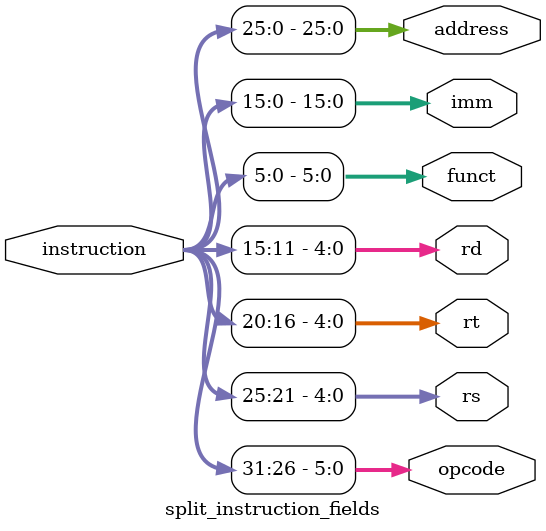
<source format=v>
module split_instruction_fields (opcode, rs, rt, rd, funct, imm, address, instruction);
    input [31:0] instruction;
    output [5:0] opcode;
    output [4:0] rs;
    output [4:0] rt;
    output [4:0] rd;
    output [5:0] funct;
    output [15:0] imm;
    output [25:0] address;
    
    assign opcode = instruction[31:26];
    assign rs = instruction[25:21];
    assign rt = instruction[20:16];
    assign rd = instruction[15:11];
    assign funct = instruction[5:0];
    assign imm = instruction[15:0];
    assign address = instruction[25:0];
endmodule
</source>
